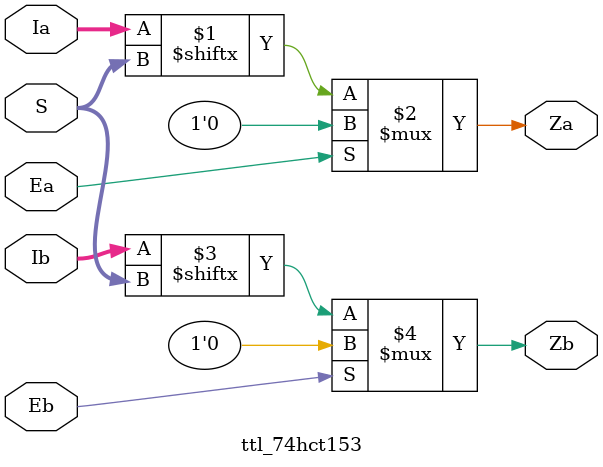
<source format=v>
module ttl_74hct153(
	input [1:0] S,
	input Eb,
	input Ea,
	input [3:0] Ib,
	input [3:0] Ia,
	output Zb,
	output Za
);

assign #24 Za = Ea ? 1'b0 : Ia[S];
assign #24 Zb = Eb ? 1'b0 : Ib[S];

endmodule

</source>
